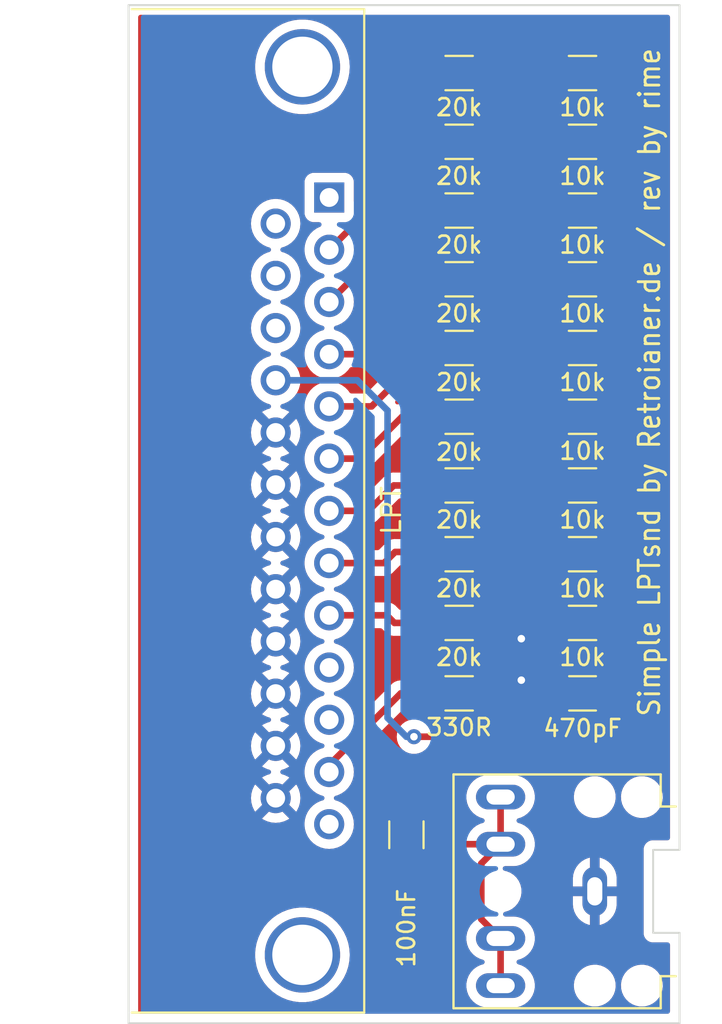
<source format=kicad_pcb>
(kicad_pcb (version 20211014) (generator pcbnew)
  (layers (0 "F.Cu" signal) (31 "B.Cu" signal) (34 "B.Paste" user) (35 "F.Paste" user) (36 "B.SilkS" user "B.Silkscreen") (37 "F.SilkS" user "F.Silkscreen") (38 "B.Mask" user) (39 "F.Mask" user) (44 "Edge.Cuts" user))
  (net 0 "")
  (net 1 "GND")
  (net 2 "Net-(C1-Pad2)")
  (net 3 "Net-(C2-Pad1)")
  (net 5 "Net-(J1-Pad2)")
  (net 6 "Net-(J1-Pad3)")
  (net 7 "Net-(J1-Pad4)")
  (net 8 "Net-(J1-Pad5)")
  (net 9 "Net-(J1-Pad6)")
  (net 10 "Net-(J1-Pad7)")
  (net 11 "Net-(J1-Pad8)")
  (net 12 "Net-(J1-Pad9)")
  (net 15 "Net-(J1-Pad12)")
  (net 20 "Net-(J1-Pad17)")
  (net 21 "Net-(R11-Pad1)")
  (net 22 "Net-(R12-Pad1)")
  (net 23 "Net-(R13-Pad1)")
  (net 24 "Net-(R14-Pad1)")
  (net 25 "Net-(R15-Pad1)")
  (net 26 "Net-(R16-Pad1)")
  (net 27 "Net-(R17-Pad1)")
  (net 28 "Net-(R10-Pad2)")
  (footprint "Resistor_SMD:R_1206_3216Metric_Pad1.30x1.75mm_HandSolder" (layer "F.Cu") (at 83.8 107.24545)
    (fp_text reference "R9" hide)
    (fp_text value "20k" (at 0 1.82) (layer "F.SilkS") (effects (font (size 0.9 0.9) (thickness 0.14))))
    (fp_line (start -0.727064 0.91) (end 0.727064 0.91) (layer "F.SilkS") (width 0.12))
    (fp_line (start -0.727064 -0.91) (end 0.727064 -0.91) (layer "F.SilkS") (width 0.12))
    (pad "1" smd roundrect (at -1.55 0) (size 1.3 1.75) (layers "F.Cu" "F.Paste" "F.Mask") (roundrect_rratio 0.192308) (net 5 "Net-(J1-Pad2)"))
    (pad "2" smd roundrect (at 1.55 0) (size 1.3 1.75) (layers "F.Cu" "F.Paste" "F.Mask") (roundrect_rratio 0.192308) (net 28 "Net-(R10-Pad2)"))
  )
  (footprint "Capacitor_SMD:C_1206_3216Metric_Pad1.33x1.80mm_HandSolder" (layer "F.Cu") (at 81 144 90)
    (fp_text reference "C2" hide)
    (fp_text value "100nF" (at -4.95 0 90) (layer "F.SilkS") (effects (font (size 0.9 0.9) (thickness 0.14))))
    (fp_line (start -0.711252 0.91) (end 0.711252 0.91) (layer "F.SilkS") (width 0.12))
    (fp_line (start -0.711252 -0.91) (end 0.711252 -0.91) (layer "F.SilkS") (width 0.12))
    (pad "1" smd roundrect (at -1.5625 0 90) (size 1.325 1.8) (layers "F.Cu" "F.Paste" "F.Mask") (roundrect_rratio 0.188679) (net 3 "Net-(C2-Pad1)"))
    (pad "2" smd roundrect (at 1.5625 0 90) (size 1.325 1.8) (layers "F.Cu" "F.Paste" "F.Mask") (roundrect_rratio 0.188679) (net 2 "Net-(C1-Pad2)"))
  )
  (footprint "Resistor_SMD:R_1206_3216Metric_Pad1.30x1.75mm_HandSolder" (layer "F.Cu") (at 90.35 103.6)
    (fp_text reference "R18" hide)
    (fp_text value "10k" (at 0 1.82) (layer "F.SilkS") (effects (font (size 0.9 0.9) (thickness 0.14))))
    (fp_line (start -0.727064 -0.91) (end 0.727064 -0.91) (layer "F.SilkS") (width 0.12))
    (fp_line (start -0.727064 0.91) (end 0.727064 0.91) (layer "F.SilkS") (width 0.12))
    (pad "1" smd roundrect (at -1.55 0) (size 1.3 1.75) (layers "F.Cu" "F.Paste" "F.Mask") (roundrect_rratio 0.192308) (net 28 "Net-(R10-Pad2)"))
    (pad "2" smd roundrect (at 1.55 0) (size 1.3 1.75) (layers "F.Cu" "F.Paste" "F.Mask") (roundrect_rratio 0.192308) (net 27 "Net-(R17-Pad1)"))
  )
  (footprint "Resistor_SMD:R_1206_3216Metric_Pad1.30x1.75mm_HandSolder" (layer "F.Cu") (at 83.8 121.82725)
    (fp_text reference "R5" hide)
    (fp_text value "20k" (at 0 1.87275) (layer "F.SilkS") (effects (font (size 0.9 0.9) (thickness 0.14))))
    (fp_line (start -0.727064 -0.91) (end 0.727064 -0.91) (layer "F.SilkS") (width 0.12))
    (fp_line (start -0.727064 0.91) (end 0.727064 0.91) (layer "F.SilkS") (width 0.12))
    (pad "1" smd roundrect (at -1.55 0) (size 1.3 1.75) (layers "F.Cu" "F.Paste" "F.Mask") (roundrect_rratio 0.192308) (net 9 "Net-(J1-Pad6)"))
    (pad "2" smd roundrect (at 1.55 0) (size 1.3 1.75) (layers "F.Cu" "F.Paste" "F.Mask") (roundrect_rratio 0.192308) (net 24 "Net-(R14-Pad1)"))
  )
  (footprint "Resistor_SMD:R_1206_3216Metric_Pad1.30x1.75mm_HandSolder" (layer "F.Cu") (at 90.35 118.1818)
    (fp_text reference "R14" hide)
    (fp_text value "10k" (at 0 1.82) (layer "F.SilkS") (effects (font (size 0.9 0.9) (thickness 0.14))))
    (fp_line (start -0.727064 0.91) (end 0.727064 0.91) (layer "F.SilkS") (width 0.12))
    (fp_line (start -0.727064 -0.91) (end 0.727064 -0.91) (layer "F.SilkS") (width 0.12))
    (pad "1" smd roundrect (at -1.55 0) (size 1.3 1.75) (layers "F.Cu" "F.Paste" "F.Mask") (roundrect_rratio 0.192308) (net 24 "Net-(R14-Pad1)"))
    (pad "2" smd roundrect (at 1.55 0) (size 1.3 1.75) (layers "F.Cu" "F.Paste" "F.Mask") (roundrect_rratio 0.192308) (net 23 "Net-(R13-Pad1)"))
  )
  (footprint "Resistor_SMD:R_1206_3216Metric_Pad1.30x1.75mm_HandSolder" (layer "F.Cu") (at 90.35 129.11815)
    (fp_text reference "R11" hide)
    (fp_text value "10k" (at 0 1.82) (layer "F.SilkS") (effects (font (size 0.9 0.9) (thickness 0.14))))
    (fp_line (start -0.727064 -0.91) (end 0.727064 -0.91) (layer "F.SilkS") (width 0.12))
    (fp_line (start -0.727064 0.91) (end 0.727064 0.91) (layer "F.SilkS") (width 0.12))
    (pad "1" smd roundrect (at -1.55 0) (size 1.3 1.75) (layers "F.Cu" "F.Paste" "F.Mask") (roundrect_rratio 0.192308) (net 21 "Net-(R11-Pad1)"))
    (pad "2" smd roundrect (at 1.55 0) (size 1.3 1.75) (layers "F.Cu" "F.Paste" "F.Mask") (roundrect_rratio 0.192308) (net 2 "Net-(C1-Pad2)"))
  )
  (footprint "Footprints:CUI_SJ1-3525N" (layer "F.Cu") (at 91 147 180)
    (fp_text reference "J2" hide)
    (fp_text value "AudioJack3_Ground")
    (fp_line (start -3.5 -4.5) (end -4.3 -4.5) (layer "F.SilkS") (width 0.127))
    (fp_line (start 7.5 -6.2) (end -3.5 -6.2) (layer "F.SilkS") (width 0.127))
    (fp_line (start -3.5 -6.2) (end -3.5 -4.5) (layer "F.SilkS") (width 0.127))
    (fp_line (start 7.5 -6.2) (end 7.5 6.2) (layer "F.SilkS") (width 0.127))
    (fp_line (start -3.5 4.5) (end -4.3 4.5) (layer "F.SilkS") (width 0.127))
    (fp_line (start -3.5 4.5) (end -3.5 6.2) (layer "F.SilkS") (width 0.127))
    (fp_line (start 7.5 6.2) (end -3.5 6.2) (layer "F.SilkS") (width 0.127))
    (pad "" np_thru_hole circle (at 0 5 180) (size 1.2 1.2) (drill 1.2) (layers *.Cu *.Mask))
    (pad "" np_thru_hole circle (at 5 0 180) (size 1.2 1.2) (drill 1.2) (layers *.Cu *.Mask))
    (pad "" np_thru_hole circle (at -2.5 5 180) (size 1.2 1.2) (drill 1.2) (layers *.Cu *.Mask))
    (pad "" np_thru_hole circle (at 0 -5 180) (size 1.2 1.2) (drill 1.2) (layers *.Cu *.Mask))
    (pad "" np_thru_hole circle (at -2.5 -5 180) (size 1.2 1.2) (drill 1.2) (layers *.Cu *.Mask))
    (pad "R" thru_hole oval (at 5 -5 180) (size 2.616 1.308) (drill oval 1.5 0.8) (layers *.Cu *.Mask) (net 3 "Net-(C2-Pad1)"))
    (pad "R" thru_hole oval (at 5 -2.5 180) (size 2.616 1.308) (drill oval 1.5 0.8) (layers *.Cu *.Mask) (net 3 "Net-(C2-Pad1)"))
    (pad "S" thru_hole oval (at 0 0 180) (size 1.308 2.616) (drill oval 0.8 1.5) (layers *.Cu *.Mask) (net 1 "GND"))
    (pad "T" thru_hole oval (at 5 5 180) (size 2.616 1.308) (drill oval 1.5 0.8) (layers *.Cu *.Mask) (net 3 "Net-(C2-Pad1)"))
    (pad "T" thru_hole oval (at 5 2.5 180) (size 2.616 1.308) (drill oval 1.5 0.8) (layers *.Cu *.Mask) (net 3 "Net-(C2-Pad1)"))
  )
  (footprint "Capacitor_SMD:C_1206_3216Metric_Pad1.33x1.80mm_HandSolder" (layer "F.Cu") (at 90.35 136.5)
    (fp_text reference "C1" hide)
    (fp_text value "470pF" (at 0 1.85) (layer "F.SilkS") (effects (font (size 0.9 0.9) (thickness 0.14))))
    (fp_line (start -0.711252 -0.91) (end 0.711252 -0.91) (layer "F.SilkS") (width 0.12))
    (fp_line (start -0.711252 0.91) (end 0.711252 0.91) (layer "F.SilkS") (width 0.12))
    (pad "1" smd roundrect (at -1.5625 0) (size 1.325 1.8) (layers "F.Cu" "F.Paste" "F.Mask") (roundrect_rratio 0.188679) (net 1 "GND"))
    (pad "2" smd roundrect (at 1.5625 0) (size 1.325 1.8) (layers "F.Cu" "F.Paste" "F.Mask") (roundrect_rratio 0.188679) (net 2 "Net-(C1-Pad2)"))
  )
  (footprint "Resistor_SMD:R_1206_3216Metric_Pad1.30x1.75mm_HandSolder" (layer "F.Cu") (at 90.35 114.53635)
    (fp_text reference "R15" hide)
    (fp_text value "10k" (at 0 1.82) (layer "F.SilkS") (effects (font (size 0.9 0.9) (thickness 0.14))))
    (fp_line (start -0.727064 0.91) (end 0.727064 0.91) (layer "F.SilkS") (width 0.12))
    (fp_line (start -0.727064 -0.91) (end 0.727064 -0.91) (layer "F.SilkS") (width 0.12))
    (pad "1" smd roundrect (at -1.55 0) (size 1.3 1.75) (layers "F.Cu" "F.Paste" "F.Mask") (roundrect_rratio 0.192308) (net 25 "Net-(R15-Pad1)"))
    (pad "2" smd roundrect (at 1.55 0) (size 1.3 1.75) (layers "F.Cu" "F.Paste" "F.Mask") (roundrect_rratio 0.192308) (net 24 "Net-(R14-Pad1)"))
  )
  (footprint "Resistor_SMD:R_1206_3216Metric_Pad1.30x1.75mm_HandSolder" (layer "F.Cu") (at 83.8 125.4727)
    (fp_text reference "R4" hide)
    (fp_text value "20k" (at 0 1.82) (layer "F.SilkS") (effects (font (size 0.9 0.9) (thickness 0.14))))
    (fp_line (start -0.727064 -0.91) (end 0.727064 -0.91) (layer "F.SilkS") (width 0.12))
    (fp_line (start -0.727064 0.91) (end 0.727064 0.91) (layer "F.SilkS") (width 0.12))
    (pad "1" smd roundrect (at -1.55 0) (size 1.3 1.75) (layers "F.Cu" "F.Paste" "F.Mask") (roundrect_rratio 0.192308) (net 10 "Net-(J1-Pad7)"))
    (pad "2" smd roundrect (at 1.55 0) (size 1.3 1.75) (layers "F.Cu" "F.Paste" "F.Mask") (roundrect_rratio 0.192308) (net 23 "Net-(R13-Pad1)"))
  )
  (footprint "Resistor_SMD:R_1206_3216Metric_Pad1.30x1.75mm_HandSolder" (layer "F.Cu") (at 90.35 132.7636)
    (fp_text reference "R19" hide)
    (fp_text value "10k" (at 0 1.82) (layer "F.SilkS") (effects (font (size 0.9 0.9) (thickness 0.14))))
    (fp_line (start -0.727064 0.91) (end 0.727064 0.91) (layer "F.SilkS") (width 0.12))
    (fp_line (start -0.727064 -0.91) (end 0.727064 -0.91) (layer "F.SilkS") (width 0.12))
    (pad "1" smd roundrect (at -1.55 0) (size 1.3 1.75) (layers "F.Cu" "F.Paste" "F.Mask") (roundrect_rratio 0.192308) (net 1 "GND"))
    (pad "2" smd roundrect (at 1.55 0) (size 1.3 1.75) (layers "F.Cu" "F.Paste" "F.Mask") (roundrect_rratio 0.192308) (net 2 "Net-(C1-Pad2)"))
  )
  (footprint "Resistor_SMD:R_1206_3216Metric_Pad1.30x1.75mm_HandSolder" (layer "F.Cu") (at 83.8 103.6)
    (fp_text reference "R10" hide)
    (fp_text value "20k" (at 0 1.82) (layer "F.SilkS") (effects (font (size 0.9 0.9) (thickness 0.14))))
    (fp_line (start -0.727064 0.91) (end 0.727064 0.91) (layer "F.SilkS") (width 0.12))
    (fp_line (start -0.727064 -0.91) (end 0.727064 -0.91) (layer "F.SilkS") (width 0.12))
    (pad "1" smd roundrect (at -1.55 0) (size 1.3 1.75) (layers "F.Cu" "F.Paste" "F.Mask") (roundrect_rratio 0.192308) (net 1 "GND"))
    (pad "2" smd roundrect (at 1.55 0) (size 1.3 1.75) (layers "F.Cu" "F.Paste" "F.Mask") (roundrect_rratio 0.192308) (net 28 "Net-(R10-Pad2)"))
  )
  (footprint "Resistor_SMD:R_1206_3216Metric_Pad1.30x1.75mm_HandSolder" (layer "F.Cu") (at 90.35 121.82725)
    (fp_text reference "R13" hide)
    (fp_text value "10k" (at 0 1.82) (layer "F.SilkS") (effects (font (size 0.9 0.9) (thickness 0.14))))
    (fp_line (start -0.727064 -0.91) (end 0.727064 -0.91) (layer "F.SilkS") (width 0.12))
    (fp_line (start -0.727064 0.91) (end 0.727064 0.91) (layer "F.SilkS") (width 0.12))
    (pad "1" smd roundrect (at -1.55 0) (size 1.3 1.75) (layers "F.Cu" "F.Paste" "F.Mask") (roundrect_rratio 0.192308) (net 23 "Net-(R13-Pad1)"))
    (pad "2" smd roundrect (at 1.55 0) (size 1.3 1.75) (layers "F.Cu" "F.Paste" "F.Mask") (roundrect_rratio 0.192308) (net 22 "Net-(R12-Pad1)"))
  )
  (footprint "Resistor_SMD:R_1206_3216Metric_Pad1.30x1.75mm_HandSolder" (layer "F.Cu") (at 83.8 132.7636)
    (fp_text reference "R2" hide)
    (fp_text value "20k" (at 0 1.82) (layer "F.SilkS") (effects (font (size 0.9 0.9) (thickness 0.14))))
    (fp_line (start -0.727064 0.91) (end 0.727064 0.91) (layer "F.SilkS") (width 0.12))
    (fp_line (start -0.727064 -0.91) (end 0.727064 -0.91) (layer "F.SilkS") (width 0.12))
    (pad "1" smd roundrect (at -1.55 0) (size 1.3 1.75) (layers "F.Cu" "F.Paste" "F.Mask") (roundrect_rratio 0.192308) (net 12 "Net-(J1-Pad9)"))
    (pad "2" smd roundrect (at 1.55 0) (size 1.3 1.75) (layers "F.Cu" "F.Paste" "F.Mask") (roundrect_rratio 0.192308) (net 21 "Net-(R11-Pad1)"))
  )
  (footprint "Resistor_SMD:R_1206_3216Metric_Pad1.30x1.75mm_HandSolder" (layer "F.Cu") (at 83.8 114.53635)
    (fp_text reference "R7" hide)
    (fp_text value "20k" (at 0 1.82) (layer "F.SilkS") (effects (font (size 0.9 0.9) (thickness 0.14))))
    (fp_line (start -0.727064 -0.91) (end 0.727064 -0.91) (layer "F.SilkS") (width 0.12))
    (fp_line (start -0.727064 0.91) (end 0.727064 0.91) (layer "F.SilkS") (width 0.12))
    (pad "1" smd roundrect (at -1.55 0) (size 1.3 1.75) (layers "F.Cu" "F.Paste" "F.Mask") (roundrect_rratio 0.192308) (net 7 "Net-(J1-Pad4)"))
    (pad "2" smd roundrect (at 1.55 0) (size 1.3 1.75) (layers "F.Cu" "F.Paste" "F.Mask") (roundrect_rratio 0.192308) (net 26 "Net-(R16-Pad1)"))
  )
  (footprint "Resistor_SMD:R_1206_3216Metric_Pad1.30x1.75mm_HandSolder" (layer "F.Cu") (at 90.35 107.24545)
    (fp_text reference "R17" hide)
    (fp_text value "10k" (at 0 1.82) (layer "F.SilkS") (effects (font (size 0.9 0.9) (thickness 0.14))))
    (fp_line (start -0.727064 0.91) (end 0.727064 0.91) (layer "F.SilkS") (width 0.12))
    (fp_line (start -0.727064 -0.91) (end 0.727064 -0.91) (layer "F.SilkS") (width 0.12))
    (pad "1" smd roundrect (at -1.55 0) (size 1.3 1.75) (layers "F.Cu" "F.Paste" "F.Mask") (roundrect_rratio 0.192308) (net 27 "Net-(R17-Pad1)"))
    (pad "2" smd roundrect (at 1.55 0) (size 1.3 1.75) (layers "F.Cu" "F.Paste" "F.Mask") (roundrect_rratio 0.192308) (net 26 "Net-(R16-Pad1)"))
  )
  (footprint "Connector_Dsub:DSUB-25_Male_Horizontal_P2.77x2.84mm_EdgePinOffset7.70mm_Housed_MountingHolesOffset9.12mm" (layer "F.Cu") (at 76.9 110.2 -90)
    (fp_text reference "J1" hide)
    (fp_text value "LPT" (at 16.6 -3.3 90) (layer "F.SilkS") (effects (font (thickness 0.14))))
    (fp_line (start -9.99 10.48) (end -9.99 -1.86) (layer "F.SilkS") (width 0.12))
    (fp_line (start 43.23 -1.86) (end 43.23 10.48) (layer "F.SilkS") (width 0.12))
    (fp_line (start -9.99 -1.86) (end 43.23 -1.86) (layer "F.SilkS") (width 0.12))
    (pad "0" thru_hole circle (at 40.17 1.42 270) (size 4 4) (drill 3.2) (layers *.Cu *.Mask))
    (pad "0" thru_hole circle (at -6.93 1.42 270) (size 4 4) (drill 3.2) (layers *.Cu *.Mask))
    (pad "1" thru_hole rect (at 0 0 270) (size 1.6 1.6) (drill 1) (layers *.Cu *.Mask))
    (pad "2" thru_hole circle (at 2.77 0 270) (size 1.6 1.6) (drill 1) (layers *.Cu *.Mask) (net 5 "Net-(J1-Pad2)"))
    (pad "3" thru_hole circle (at 5.54 0 270) (size 1.6 1.6) (drill 1) (layers *.Cu *.Mask) (net 6 "Net-(J1-Pad3)"))
    (pad "4" thru_hole circle (at 8.31 0 270) (size 1.6 1.6) (drill 1) (layers *.Cu *.Mask) (net 7 "Net-(J1-Pad4)"))
    (pad "5" thru_hole circle (at 11.08 0 270) (size 1.6 1.6) (drill 1) (layers *.Cu *.Mask) (net 8 "Net-(J1-Pad5)"))
    (pad "6" thru_hole circle (at 13.85 0 270) (size 1.6 1.6) (drill 1) (layers *.Cu *.Mask) (net 9 "Net-(J1-Pad6)"))
    (pad "7" thru_hole circle (at 16.62 0 270) (size 1.6 1.6) (drill 1) (layers *.Cu *.Mask) (net 10 "Net-(J1-Pad7)"))
    (pad "8" thru_hole circle (at 19.39 0 270) (size 1.6 1.6) (drill 1) (layers *.Cu *.Mask) (net 11 "Net-(J1-Pad8)"))
    (pad "9" thru_hole circle (at 22.16 0 270) (size 1.6 1.6) (drill 1) (layers *.Cu *.Mask) (net 12 "Net-(J1-Pad9)"))
    (pad "10" thru_hole circle (at 24.93 0 270) (size 1.6 1.6) (drill 1) (layers *.Cu *.Mask))
    (pad "11" thru_hole circle (at 27.7 0 270) (size 1.6 1.6) (drill 1) (layers *.Cu *.Mask))
    (pad "12" thru_hole circle (at 30.47 0 270) (size 1.6 1.6) (drill 1) (layers *.Cu *.Mask) (net 15 "Net-(J1-Pad12)"))
    (pad "13" thru_hole circle (at 33.24 0 270) (size 1.6 1.6) (drill 1) (layers *.Cu *.Mask))
    (pad "14" thru_hole circle (at 1.385 2.84 270) (size 1.6 1.6) (drill 1) (layers *.Cu *.Mask))
    (pad "15" thru_hole circle (at 4.155 2.84 270) (size 1.6 1.6) (drill 1) (layers *.Cu *.Mask))
    (pad "16" thru_hole circle (at 6.925 2.84 270) (size 1.6 1.6) (drill 1) (layers *.Cu *.Mask))
    (pad "17" thru_hole circle (at 9.695 2.84 270) (size 1.6 1.6) (drill 1) (layers *.Cu *.Mask) (net 20 "Net-(J1-Pad17)"))
    (pad "18" thru_hole circle (at 12.465 2.84 270) (size 1.6 1.6) (drill 1) (layers *.Cu *.Mask) (net 1 "GND"))
    (pad "19" thru_hole circle (at 15.235 2.84 270) (size 1.6 1.6) (drill 1) (layers *.Cu *.Mask) (net 1 "GND"))
    (pad "20" thru_hole circle (at 18.005 2.84 270) (size 1.6 1.6) (drill 1) (layers *.Cu *.Mask) (net 1 "GND"))
    (pad "21" thru_hole circle (at 20.775 2.84 270) (size 1.6 1.6) (drill 1) (layers *.Cu *.Mask) (net 1 "GND"))
    (pad "22" thru_hole circle (at 23.545 2.84 270) (size 1.6 1.6) (drill 1) (layers *.Cu *.Mask) (net 1 "GND"))
    (pad "23" thru_hole circle (at 26.315 2.84 270) (size 1.6 1.6) (drill 1) (layers *.Cu *.Mask) (net 1 "GND"))
    (pad "24" thru_hole circle (at 29.085 2.84 270) (size 1.6 1.6) (drill 1) (layers *.Cu *.Mask) (net 1 "GND"))
    (pad "25" thru_hole circle (at 31.855 2.84 270) (size 1.6 1.6) (drill 1) (layers *.Cu *.Mask) (net 1 "GND"))
  )
  (footprint "Resistor_SMD:R_1206_3216Metric_Pad1.30x1.75mm_HandSolder" (layer "F.Cu") (at 90.35 110.8909)
    (fp_text reference "R16" hide)
    (fp_text value "10k" (at 0 1.82) (layer "F.SilkS") (effects (font (size 0.9 0.9) (thickness 0.14))))
    (fp_line (start -0.727064 0.91) (end 0.727064 0.91) (layer "F.SilkS") (width 0.12))
    (fp_line (start -0.727064 -0.91) (end 0.727064 -0.91) (layer "F.SilkS") (width 0.12))
    (pad "1" smd roundrect (at -1.55 0) (size 1.3 1.75) (layers "F.Cu" "F.Paste" "F.Mask") (roundrect_rratio 0.192308) (net 26 "Net-(R16-Pad1)"))
    (pad "2" smd roundrect (at 1.55 0) (size 1.3 1.75) (layers "F.Cu" "F.Paste" "F.Mask") (roundrect_rratio 0.192308) (net 25 "Net-(R15-Pad1)"))
  )
  (footprint "Resistor_SMD:R_1206_3216Metric_Pad1.30x1.75mm_HandSolder" (layer "F.Cu") (at 90.35 125.4727)
    (fp_text reference "R12" hide)
    (fp_text value "10k" (at 0 1.82) (layer "F.SilkS") (effects (font (size 0.9 0.9) (thickness 0.14))))
    (fp_line (start -0.727064 -0.91) (end 0.727064 -0.91) (layer "F.SilkS") (width 0.12))
    (fp_line (start -0.727064 0.91) (end 0.727064 0.91) (layer "F.SilkS") (width 0.12))
    (pad "1" smd roundrect (at -1.55 0) (size 1.3 1.75) (layers "F.Cu" "F.Paste" "F.Mask") (roundrect_rratio 0.192308) (net 22 "Net-(R12-Pad1)"))
    (pad "2" smd roundrect (at 1.55 0) (size 1.3 1.75) (layers "F.Cu" "F.Paste" "F.Mask") (roundrect_rratio 0.192308) (net 21 "Net-(R11-Pad1)"))
  )
  (footprint "Resistor_SMD:R_1206_3216Metric_Pad1.30x1.75mm_HandSolder" (layer "F.Cu") (at 83.8 129.11815)
    (fp_text reference "R3" hide)
    (fp_text value "20k" (at 0 1.82) (layer "F.SilkS") (effects (font (size 0.9 0.9) (thickness 0.14))))
    (fp_line (start -0.727064 0.91) (end 0.727064 0.91) (layer "F.SilkS") (width 0.12))
    (fp_line (start -0.727064 -0.91) (end 0.727064 -0.91) (layer "F.SilkS") (width 0.12))
    (pad "1" smd roundrect (at -1.55 0) (size 1.3 1.75) (layers "F.Cu" "F.Paste" "F.Mask") (roundrect_rratio 0.192308) (net 11 "Net-(J1-Pad8)"))
    (pad "2" smd roundrect (at 1.55 0) (size 1.3 1.75) (layers "F.Cu" "F.Paste" "F.Mask") (roundrect_rratio 0.192308) (net 22 "Net-(R12-Pad1)"))
  )
  (footprint "Resistor_SMD:R_1206_3216Metric_Pad1.30x1.75mm_HandSolder" (layer "F.Cu") (at 83.8 110.8909)
    (fp_text reference "R8" hide)
    (fp_text value "20k" (at 0 1.82) (layer "F.SilkS") (effects (font (size 0.9 0.9) (thickness 0.14))))
    (fp_line (start -0.727064 -0.91) (end 0.727064 -0.91) (layer "F.SilkS") (width 0.12))
    (fp_line (start -0.727064 0.91) (end 0.727064 0.91) (layer "F.SilkS") (width 0.12))
    (pad "1" smd roundrect (at -1.55 0) (size 1.3 1.75) (layers "F.Cu" "F.Paste" "F.Mask") (roundrect_rratio 0.192308) (net 6 "Net-(J1-Pad3)"))
    (pad "2" smd roundrect (at 1.55 0) (size 1.3 1.75) (layers "F.Cu" "F.Paste" "F.Mask") (roundrect_rratio 0.192308) (net 27 "Net-(R17-Pad1)"))
  )
  (footprint "Resistor_SMD:R_1206_3216Metric_Pad1.30x1.75mm_HandSolder" (layer "F.Cu") (at 83.8 136.5 180)
    (fp_text reference "R1" hide)
    (fp_text value "330R" (at 0 -1.8) (layer "F.SilkS") (effects (font (size 0.9 0.9) (thickness 0.14))))
    (fp_line (start -0.727064 -0.91) (end 0.727064 -0.91) (layer "F.SilkS") (width 0.12))
    (fp_line (start -0.727064 0.91) (end 0.727064 0.91) (layer "F.SilkS") (width 0.12))
    (pad "1" smd roundrect (at -1.55 0 180) (size 1.3 1.75) (layers "F.Cu" "F.Paste" "F.Mask") (roundrect_rratio 0.192308) (net 20 "Net-(J1-Pad17)"))
    (pad "2" smd roundrect (at 1.55 0 180) (size 1.3 1.75) (layers "F.Cu" "F.Paste" "F.Mask") (roundrect_rratio 0.192308) (net 15 "Net-(J1-Pad12)"))
  )
  (footprint "Resistor_SMD:R_1206_3216Metric_Pad1.30x1.75mm_HandSolder" (layer "F.Cu") (at 83.8 118.1818)
    (fp_text reference "R6" hide)
    (fp_text value "20k" (at 0 1.82) (layer "F.SilkS") (effects (font (size 0.9 0.9) (thickness 0.14))))
    (fp_line (start -0.727064 -0.91) (end 0.727064 -0.91) (layer "F.SilkS") (width 0.12))
    (fp_line (start -0.727064 0.91) (end 0.727064 0.91) (layer "F.SilkS") (width 0.12))
    (pad "1" smd roundrect (at -1.55 0) (size 1.3 1.75) (layers "F.Cu" "F.Paste" "F.Mask") (roundrect_rratio 0.192308) (net 8 "Net-(J1-Pad5)"))
    (pad "2" smd roundrect (at 1.55 0) (size 1.3 1.75) (layers "F.Cu" "F.Paste" "F.Mask") (roundrect_rratio 0.192308) (net 25 "Net-(R15-Pad1)"))
  )
  (gr_line (start 94.1 144.8) (end 94.1 149.2) (layer "Edge.Cuts") (width 0.1))
  (gr_line (start 95.5 149.2) (end 95.5 154) (layer "Edge.Cuts") (width 0.1))
  (gr_line (start 66.25 154) (end 95.5 154) (layer "Edge.Cuts") (width 0.1))
  (gr_line (start 94.1 149.2) (end 95.5 149.2) (layer "Edge.Cuts") (width 0.1))
  (gr_line (start 95.5 100) (end 95.5 144.8) (layer "Edge.Cuts") (width 0.1))
  (gr_line (start 95.5 144.8) (end 94.1 144.8) (layer "Edge.Cuts") (width 0.1))
  (gr_line (start 66.25 154) (end 66.25 100) (layer "Edge.Cuts") (width 0.1))
  (gr_line (start 66.25 100) (end 95.5 100) (layer "Edge.Cuts") (width 0.1))
  (gr_text "Simple LPTsnd by Retroianer.de / rev by rime" (at 93.9 120 90) (layer "F.SilkS") (effects (font (size 1.1 1))))
  (via (at 87.1 135.8) (size 0.8) (drill 0.4) (layers "F.Cu" "B.Cu") (net 1))
  (via (at 87.1 133.6) (size 0.8) (drill 0.4) (layers "F.Cu" "B.Cu") (net 1))
  (segment (start 84.35 139.4) (end 81.3125 142.4375) (width 0.35) (layer "F.Cu") (net 2))
  (segment (start 91.9125 138.0875) (end 90.6 139.4) (width 0.35) (layer "F.Cu") (net 2))
  (segment (start 91.9 132.7636) (end 91.9 136.4875) (width 0.35) (layer "F.Cu") (net 2))
  (segment (start 91.9125 136.5) (end 91.9125 138.0875) (width 0.35) (layer "F.Cu") (net 2))
  (segment (start 91.9 136.4875) (end 91.9125 136.5) (width 0.35) (layer "F.Cu") (net 2))
  (segment (start 81.3125 142.4375) (end 81 142.4375) (width 0.35) (layer "F.Cu") (net 2))
  (segment (start 91.9 129.11815) (end 91.9 132.7636) (width 0.35) (layer "F.Cu") (net 2))
  (segment (start 90.6 139.4) (end 84.35 139.4) (width 0.35) (layer "F.Cu") (net 2))
  (segment (start 86 149.5) (end 86 152) (width 0.35) (layer "F.Cu") (net 3))
  (segment (start 86 142) (end 86 144.5) (width 0.35) (layer "F.Cu") (net 3))
  (segment (start 81 145.5625) (end 83 145.5625) (width 0.35) (layer "F.Cu") (net 3))
  (segment (start 84.0625 144.5) (end 86 144.5) (width 0.35) (layer "F.Cu") (net 3))
  (segment (start 86 144.5) (end 84.975479 145.524521) (width 0.35) (layer "F.Cu") (net 3))
  (segment (start 84.975479 148.475479) (end 86 149.5) (width 0.35) (layer "F.Cu") (net 3))
  (segment (start 84.975479 145.524521) (end 84.975479 148.475479) (width 0.35) (layer "F.Cu") (net 3))
  (segment (start 83 145.5625) (end 84.0625 144.5) (width 0.35) (layer "F.Cu") (net 3))
  (segment (start 76.9 112.97) (end 82.25 107.62) (width 0.35) (layer "F.Cu") (net 5))
  (segment (start 82.25 107.62) (end 82.25 107.24545) (width 0.35) (layer "F.Cu") (net 5))
  (segment (start 76.9 115.74) (end 81.7491 110.8909) (width 0.35) (layer "F.Cu") (net 6))
  (segment (start 81.7491 110.8909) (end 82.25 110.8909) (width 0.35) (layer "F.Cu") (net 6))
  (segment (start 78.27635 118.51) (end 82.25 114.53635) (width 0.35) (layer "F.Cu") (net 7))
  (segment (start 76.9 118.51) (end 78.27635 118.51) (width 0.35) (layer "F.Cu") (net 7))
  (segment (start 79.1518 121.28) (end 82.25 118.1818) (width 0.35) (layer "F.Cu") (net 8))
  (segment (start 76.9 121.28) (end 79.1518 121.28) (width 0.35) (layer "F.Cu") (net 8))
  (segment (start 78.55 124.05) (end 80.77275 121.82725) (width 0.35) (layer "F.Cu") (net 9))
  (segment (start 80.77275 121.82725) (end 82.25 121.82725) (width 0.35) (layer "F.Cu") (net 9))
  (segment (start 76.9 124.05) (end 78.55 124.05) (width 0.35) (layer "F.Cu") (net 9))
  (segment (start 78.98 126.82) (end 80.3273 125.4727) (width 0.35) (layer "F.Cu") (net 10))
  (segment (start 76.9 126.82) (end 78.98 126.82) (width 0.35) (layer "F.Cu") (net 10))
  (segment (start 80.3273 125.4727) (end 82.25 125.4727) (width 0.35) (layer "F.Cu") (net 10))
  (segment (start 76.9 129.59) (end 79.81 129.59) (width 0.35) (layer "F.Cu") (net 11))
  (segment (start 79.81 129.59) (end 80.4 129) (width 0.35) (layer "F.Cu") (net 11))
  (segment (start 82.13185 129) (end 82.25 129.11815) (width 0.35) (layer "F.Cu") (net 11))
  (segment (start 80.4 129) (end 82.13185 129) (width 0.35) (layer "F.Cu") (net 11))
  (segment (start 80.3636 132.7636) (end 82.25 132.7636) (width 0.35) (layer "F.Cu") (net 12))
  (segment (start 79.96 132.36) (end 80.3636 132.7636) (width 0.35) (layer "F.Cu") (net 12))
  (segment (start 76.9 132.36) (end 79.96 132.36) (width 0.35) (layer "F.Cu") (net 12))
  (segment (start 76.9 140.67) (end 76.9 140.3) (width 0.35) (layer "F.Cu") (net 15))
  (segment (start 76.9 140.3) (end 80.7 136.5) (width 0.35) (layer "F.Cu") (net 15))
  (segment (start 80.7 136.5) (end 82.25 136.5) (width 0.35) (layer "F.Cu") (net 15))
  (segment (start 84.9 136.5) (end 82.6 138.8) (width 0.35) (layer "F.Cu") (net 20))
  (segment (start 85.35 136.5) (end 84.9 136.5) (width 0.35) (layer "F.Cu") (net 20))
  (segment (start 82.6 138.8) (end 81.4 138.8) (width 0.35) (layer "F.Cu") (net 20))
  (via (at 81.4 138.8) (size 0.8) (drill 0.4) (layers "F.Cu" "B.Cu") (net 20))
  (segment (start 74.06 119.895) (end 78.395 119.895) (width 0.35) (layer "B.Cu") (net 20))
  (segment (start 81 138.8) (end 81.4 138.8) (width 0.35) (layer "B.Cu") (net 20))
  (segment (start 78.395 119.895) (end 80 121.5) (width 0.35) (layer "B.Cu") (net 20))
  (segment (start 80 137.8) (end 81 138.8) (width 0.35) (layer "B.Cu") (net 20))
  (segment (start 80 121.5) (end 80 137.8) (width 0.35) (layer "B.Cu") (net 20))
  (segment (start 88.8 129.11815) (end 91.9 126.01815) (width 0.35) (layer "F.Cu") (net 21))
  (segment (start 88.8 129.3136) (end 85.35 132.7636) (width 0.35) (layer "F.Cu") (net 21))
  (segment (start 91.9 126.01815) (end 91.9 125.4727) (width 0.35) (layer "F.Cu") (net 21))
  (segment (start 88.8 129.11815) (end 88.8 129.3136) (width 0.35) (layer "F.Cu") (net 21))
  (segment (start 91.9 121.82725) (end 91.9 122.3727) (width 0.35) (layer "F.Cu") (net 22))
  (segment (start 91.9 122.3727) (end 88.8 125.4727) (width 0.35) (layer "F.Cu") (net 22))
  (segment (start 88.8 125.66815) (end 85.35 129.11815) (width 0.35) (layer "F.Cu") (net 22))
  (segment (start 88.8 125.4727) (end 88.8 125.66815) (width 0.35) (layer "F.Cu") (net 22))
  (segment (start 85.35 125.4727) (end 85.35 125.27725) (width 0.35) (layer "F.Cu") (net 23))
  (segment (start 91.9 118.1818) (end 88.8 121.2818) (width 0.35) (layer "F.Cu") (net 23))
  (segment (start 88.8 121.2818) (end 88.8 121.82725) (width 0.35) (layer "F.Cu") (net 23))
  (segment (start 85.35 125.27725) (end 88.8 121.82725) (width 0.35) (layer "F.Cu") (net 23))
  (segment (start 89.0182 118.1818) (end 91.9 115.3) (width 0.35) (layer "F.Cu") (net 24))
  (segment (start 91.9 115.3) (end 91.9 114.53635) (width 0.35) (layer "F.Cu") (net 24))
  (segment (start 85.35 121.82725) (end 85.35 121.6318) (width 0.35) (layer "F.Cu") (net 24))
  (segment (start 88.8 118.1818) (end 89.0182 118.1818) (width 0.35) (layer "F.Cu") (net 24))
  (segment (start 85.35 121.6318) (end 88.8 118.1818) (width 0.35) (layer "F.Cu") (net 24))
  (segment (start 88.8 113.9909) (end 91.9 110.8909) (width 0.35) (layer "F.Cu") (net 25))
  (segment (start 85.35 118.1818) (end 85.35 117.98635) (width 0.35) (layer "F.Cu") (net 25))
  (segment (start 88.8 114.53635) (end 88.8 113.9909) (width 0.35) (layer "F.Cu") (net 25))
  (segment (start 85.35 117.98635) (end 88.8 114.53635) (width 0.35) (layer "F.Cu") (net 25))
  (segment (start 85.35 114.3409) (end 88.8 110.8909) (width 0.35) (layer "F.Cu") (net 26))
  (segment (start 85.35 114.53635) (end 85.35 114.3409) (width 0.35) (layer "F.Cu") (net 26))
  (segment (start 91.9 107.24545) (end 91.9 107.7909) (width 0.35) (layer "F.Cu") (net 26))
  (segment (start 91.9 107.7909) (end 88.8 110.8909) (width 0.35) (layer "F.Cu") (net 26))
  (segment (start 85.35 110.8909) (end 85.35 110.69545) (width 0.35) (layer "F.Cu") (net 27))
  (segment (start 85.35 110.69545) (end 88.8 107.24545) (width 0.35) (layer "F.Cu") (net 27))
  (segment (start 88.8 106.7) (end 91.9 103.6) (width 0.35) (layer "F.Cu") (net 27))
  (segment (start 88.8 107.24545) (end 88.8 106.7) (width 0.35) (layer "F.Cu") (net 27))
  (segment (start 85.35 107.24545) (end 85.35 103.6) (width 0.35) (layer "F.Cu") (net 28))
  (segment (start 88.8 103.6) (end 85.35 103.6) (width 0.35) (layer "F.Cu") (net 28))
  (zone (net 1) (net_name "GND") (layer "F.Cu") (connect_pads (clearance 0.508)) (min_thickness 0.254) (fill yes (thermal_gap 0.508) (thermal_bridge_width 0.508))
    (polygon (pts (xy 95.5 154) (xy 66.4 154) (xy 66.4 100) (xy 95.5 100)))
  )
  (zone (net 1) (net_name "GND") (layer "B.Cu") (connect_pads (clearance 0.508)) (min_thickness 0.254) (fill yes (thermal_gap 0.508) (thermal_bridge_width 0.508))
    (polygon (pts (xy 95.5 154) (xy 66.9 154) (xy 66.9 100) (xy 95.5 100)))
  )
)
</source>
